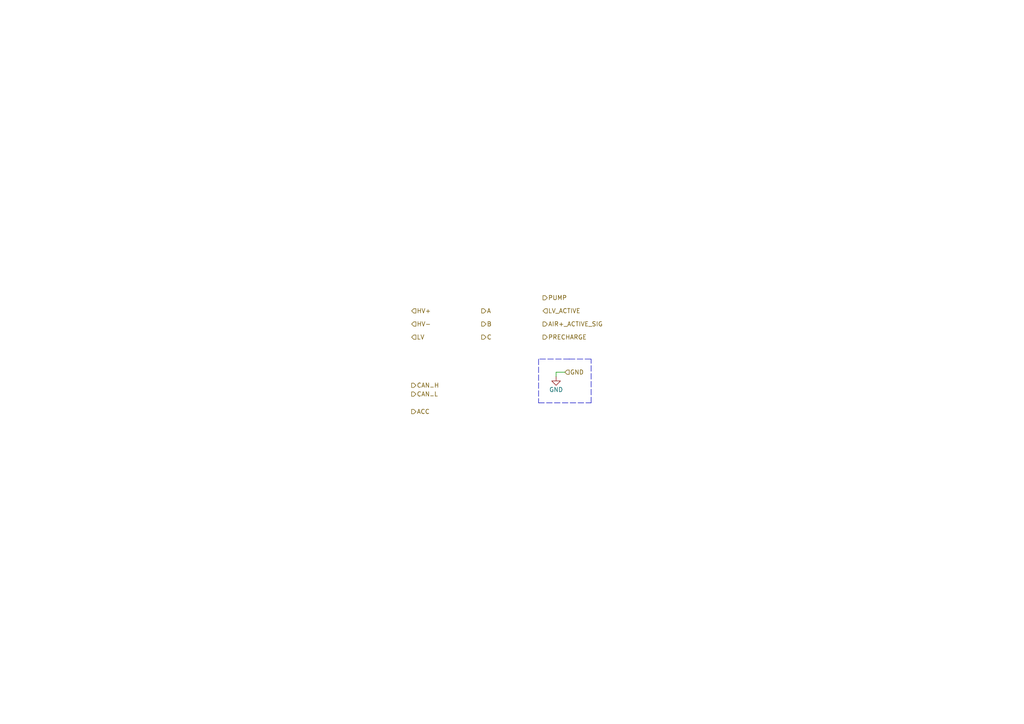
<source format=kicad_sch>
(kicad_sch (version 20211123) (generator eeschema)

  (uuid 0fd113ea-3c5c-4c3e-819c-98c0b7eb3eb7)

  (paper "A4")

  (lib_symbols
    (symbol "power:GND" (power) (pin_names (offset 0)) (in_bom yes) (on_board yes)
      (property "Reference" "#PWR" (id 0) (at 0 -6.35 0)
        (effects (font (size 1.27 1.27)) hide)
      )
      (property "Value" "GND" (id 1) (at 0 -3.81 0)
        (effects (font (size 1.27 1.27)))
      )
      (property "Footprint" "" (id 2) (at 0 0 0)
        (effects (font (size 1.27 1.27)) hide)
      )
      (property "Datasheet" "" (id 3) (at 0 0 0)
        (effects (font (size 1.27 1.27)) hide)
      )
      (property "ki_keywords" "power-flag" (id 4) (at 0 0 0)
        (effects (font (size 1.27 1.27)) hide)
      )
      (property "ki_description" "Power symbol creates a global label with name \"GND\" , ground" (id 5) (at 0 0 0)
        (effects (font (size 1.27 1.27)) hide)
      )
      (symbol "GND_0_1"
        (polyline
          (pts
            (xy 0 0)
            (xy 0 -1.27)
            (xy 1.27 -1.27)
            (xy 0 -2.54)
            (xy -1.27 -1.27)
            (xy 0 -1.27)
          )
          (stroke (width 0) (type default) (color 0 0 0 0))
          (fill (type none))
        )
      )
      (symbol "GND_1_1"
        (pin power_in line (at 0 0 270) (length 0) hide
          (name "GND" (effects (font (size 1.27 1.27))))
          (number "1" (effects (font (size 1.27 1.27))))
        )
      )
    )
  )


  (polyline (pts (xy 171.45 116.84) (xy 171.45 104.14))
    (stroke (width 0) (type dash) (color 0 0 0 0))
    (uuid 66c20fba-79d8-4763-92bd-9699068006bd)
  )

  (wire (pts (xy 161.29 107.95) (xy 161.29 109.22))
    (stroke (width 0) (type default) (color 0 0 0 0))
    (uuid 7fa2a984-6342-4e8a-b412-987c4bc61b5c)
  )
  (polyline (pts (xy 165.1 104.14) (xy 156.21 104.14))
    (stroke (width 0) (type default) (color 0 0 0 0))
    (uuid b0fcfc41-8393-4df1-be89-a02dfe2c595f)
  )
  (polyline (pts (xy 156.21 104.14) (xy 156.21 116.84))
    (stroke (width 0) (type default) (color 0 0 0 0))
    (uuid bda1b5e8-5dd2-486b-86ac-24f56f1141e6)
  )

  (wire (pts (xy 163.83 107.95) (xy 161.29 107.95))
    (stroke (width 0) (type default) (color 0 0 0 0))
    (uuid be5739f9-8c9e-4051-a86f-2dc76456623b)
  )
  (polyline (pts (xy 156.21 116.84) (xy 171.45 116.84))
    (stroke (width 0) (type default) (color 0 0 0 0))
    (uuid cb15230b-8c7e-49bd-aca0-04c783047cb7)
  )
  (polyline (pts (xy 165.1 104.14) (xy 171.45 104.14))
    (stroke (width 0) (type default) (color 0 0 0 0))
    (uuid ebdab05d-6d76-4625-a5c0-d34d36f83cda)
  )

  (hierarchical_label "PRECHARGE" (shape output) (at 157.48 97.79 0)
    (effects (font (size 1.27 1.27)) (justify left))
    (uuid 0fc0eb6c-e649-4eb0-8ca8-844809241e66)
  )
  (hierarchical_label "GND" (shape input) (at 163.83 107.95 0)
    (effects (font (size 1.27 1.27)) (justify left))
    (uuid 191aec57-7b6d-49c9-9750-53ab5fc68308)
  )
  (hierarchical_label "CAN＿L" (shape output) (at 119.38 114.3 0)
    (effects (font (size 1.27 1.27)) (justify left))
    (uuid 1c845b3b-fb38-41b1-b0a1-a2335a7ba227)
  )
  (hierarchical_label "C" (shape output) (at 139.7 97.79 0)
    (effects (font (size 1.27 1.27)) (justify left))
    (uuid 227c5d21-a0d2-4b51-9368-73774e329cd8)
  )
  (hierarchical_label "ACC" (shape output) (at 119.38 119.38 0)
    (effects (font (size 1.27 1.27)) (justify left))
    (uuid 290491d8-db3c-496a-85bc-ef2cb41beafb)
  )
  (hierarchical_label "LV" (shape input) (at 119.38 97.79 0)
    (effects (font (size 1.27 1.27)) (justify left))
    (uuid 2e8017a2-7b71-4349-bcbc-da67484ad542)
  )
  (hierarchical_label "PUMP" (shape output) (at 157.48 86.36 0)
    (effects (font (size 1.27 1.27)) (justify left))
    (uuid 68c578a3-b0ed-4c4d-9dae-3e3b2ac71f50)
  )
  (hierarchical_label "HV+" (shape input) (at 119.38 90.17 0)
    (effects (font (size 1.27 1.27)) (justify left))
    (uuid 693c7d47-8797-4428-9a17-40f88498a173)
  )
  (hierarchical_label "A" (shape output) (at 139.7 90.17 0)
    (effects (font (size 1.27 1.27)) (justify left))
    (uuid 69a1d4bd-6572-498e-9166-c76cd92a7893)
  )
  (hierarchical_label "HV-" (shape input) (at 119.38 93.98 0)
    (effects (font (size 1.27 1.27)) (justify left))
    (uuid 72eea565-2b03-4b62-ae4a-5631395e6247)
  )
  (hierarchical_label "AIR+_ACTIVE_SIG" (shape output) (at 157.48 93.98 0)
    (effects (font (size 1.27 1.27)) (justify left))
    (uuid 7c98c5c8-716c-43f3-85ae-2e28a97ae5e0)
  )
  (hierarchical_label "CAN＿H" (shape output) (at 119.38 111.76 0)
    (effects (font (size 1.27 1.27)) (justify left))
    (uuid a69cab54-3588-4881-9513-20688004265a)
  )
  (hierarchical_label "B" (shape output) (at 139.7 93.98 0)
    (effects (font (size 1.27 1.27)) (justify left))
    (uuid c7b889d3-4de5-46ca-ae75-b40f739880c4)
  )
  (hierarchical_label "LV_ACTIVE" (shape input) (at 157.48 90.17 0)
    (effects (font (size 1.27 1.27)) (justify left))
    (uuid fb83cbfd-0610-4ea9-89e8-983368ad1051)
  )

  (symbol (lib_id "power:GND") (at 161.29 109.22 0) (unit 1)
    (in_bom yes) (on_board yes)
    (uuid 082d1d90-9ecb-4b11-9a73-8a371dbb8f35)
    (property "Reference" "#PWR0121" (id 0) (at 161.29 115.57 0)
      (effects (font (size 1.27 1.27)) hide)
    )
    (property "Value" "GND" (id 1) (at 161.29 113.03 0))
    (property "Footprint" "" (id 2) (at 161.29 109.22 0)
      (effects (font (size 1.27 1.27)) hide)
    )
    (property "Datasheet" "" (id 3) (at 161.29 109.22 0)
      (effects (font (size 1.27 1.27)) hide)
    )
    (pin "1" (uuid 0ca6eac9-06b1-48d2-9fae-9b839ce370bc))
  )
)

</source>
